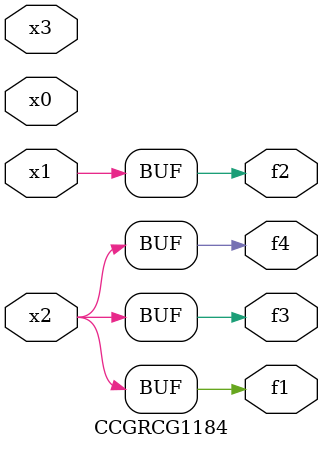
<source format=v>
module CCGRCG1184(
	input x0, x1, x2, x3,
	output f1, f2, f3, f4
);
	assign f1 = x2;
	assign f2 = x1;
	assign f3 = x2;
	assign f4 = x2;
endmodule

</source>
